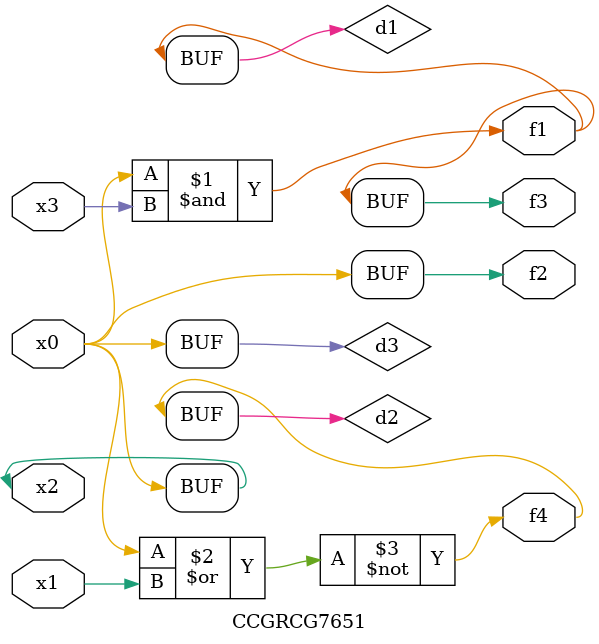
<source format=v>
module CCGRCG7651(
	input x0, x1, x2, x3,
	output f1, f2, f3, f4
);

	wire d1, d2, d3;

	and (d1, x2, x3);
	nor (d2, x0, x1);
	buf (d3, x0, x2);
	assign f1 = d1;
	assign f2 = d3;
	assign f3 = d1;
	assign f4 = d2;
endmodule

</source>
